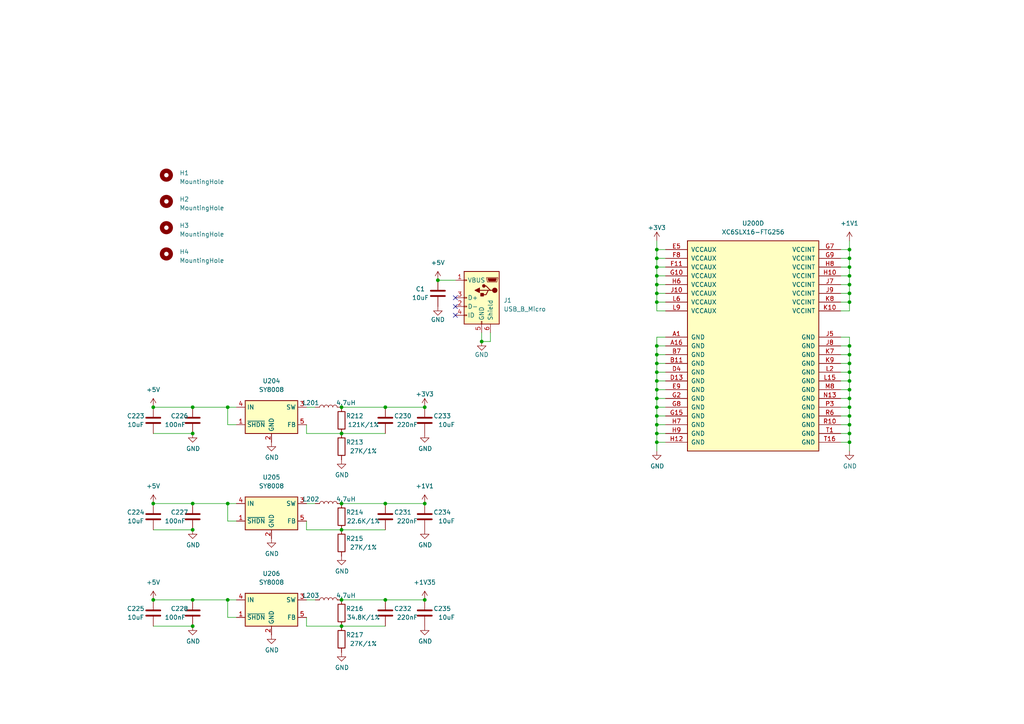
<source format=kicad_sch>
(kicad_sch (version 20211123) (generator eeschema)
  (paper "A4")
  (title_block (title "Caster EPDC") (date "2021-11-08") (rev "R0.1") (company "Copyright 2021 Modos / Engineer: Wenting Zhang"))
  (lib_symbols
    (symbol "Connector:USB_B_Micro" (pin_names (offset 1.016))
      (property "Reference" "J" (at -5.08 11.43 0))
      (property "Value" "USB_B_Micro" (at -5.08 8.89 0))
      (symbol "USB_B_Micro_0_1"
        (rectangle (start -5.08 -7.62) (end 5.08 7.62) (stroke (width 0.254)) (fill (type background)))
        (circle (center -3.81 2.159) (radius 0.635) (stroke (width 0.254)) (fill (type outline)))
        (circle (center -0.635 3.429) (radius 0.381) (stroke (width 0.254)) (fill (type outline)))
        (rectangle (start -0.127 -7.62) (end 0.127 -6.858))
        (polyline (pts (xy -1.905 2.159) (xy 0.635 2.159)) (stroke (width 0.254)))
        (polyline (pts (xy -3.175 2.159) (xy -2.54 2.159) (xy -1.27 3.429) (xy -0.635 3.429)) (stroke (width 0.254)))
        (polyline (pts (xy -2.54 2.159) (xy -1.905 2.159) (xy -1.27 0.889) (xy 0 0.889)) (stroke (width 0.254)))
        (polyline (pts (xy 0.635 2.794) (xy 0.635 1.524) (xy 1.905 2.159) (xy 0.635 2.794)) (stroke (width 0.254)) (fill (type outline)))
        (polyline (pts (xy -4.318 5.588) (xy -1.778 5.588) (xy -2.032 4.826) (xy -4.064 4.826) (xy -4.318 5.588)) (fill (type outline)))
        (polyline (pts (xy -4.699 5.842) (xy -4.699 5.588) (xy -4.445 4.826) (xy -4.445 4.572) (xy -1.651 4.572) (xy -1.651 4.826) (xy -1.397 5.588) (xy -1.397 5.842) (xy -4.699 5.842)))
        (rectangle (start 0.254 1.27) (end -0.508 0.508) (stroke (width 0.254)) (fill (type outline)))
        (rectangle (start 5.08 -5.207) (end 4.318 -4.953))
        (rectangle (start 5.08 -2.667) (end 4.318 -2.413))
        (rectangle (start 5.08 -0.127) (end 4.318 0.127))
        (rectangle (start 5.08 4.953) (end 4.318 5.207))
      )
      (symbol "USB_B_Micro_1_1"
        (pin power_out line (at 7.62 5.08 180) (length 2.54) (name "VBUS") (number "1"))
        (pin bidirectional line (at 7.62 -2.54 180) (length 2.54) (name "D-") (number "2"))
        (pin bidirectional line (at 7.62 0 180) (length 2.54) (name "D+") (number "3"))
        (pin passive line (at 7.62 -5.08 180) (length 2.54) (name "ID") (number "4"))
        (pin power_out line (at 0 -10.16 90) (length 2.54) (name "GND") (number "5"))
        (pin passive line (at -2.54 -10.16 90) (length 2.54) (name "Shield") (number "6"))
      )
    )
    (symbol "Device:C" (pin_numbers hide) (pin_names (offset 0.254))
      (property "Reference" "C" (at 0.635 2.54 0))
      (property "Value" "C" (at 0.635 -2.54 0))
      (symbol "C_0_1"
        (polyline (pts (xy -2.032 -0.762) (xy 2.032 -0.762)) (stroke (width 0.508)))
        (polyline (pts (xy -2.032 0.762) (xy 2.032 0.762)) (stroke (width 0.508)))
      )
      (symbol "C_1_1"
        (pin passive line (at 0 3.81 270) (length 2.794) (name "~") (number "1"))
        (pin passive line (at 0 -3.81 90) (length 2.794) (name "~") (number "2"))
      )
    )
    (symbol "Device:L" (pin_numbers hide) (pin_names (offset 1.016) hide)
      (property "Reference" "L" (at -1.27 0 90))
      (property "Value" "L" (at 1.905 0 90))
      (symbol "L_0_1"
        (arc (start 0 -2.54) (mid 0.635 -1.905) (end 0 -1.27))
        (arc (start 0 -1.27) (mid 0.635 -0.635) (end 0 0))
        (arc (start 0 0) (mid 0.635 0.635) (end 0 1.27))
        (arc (start 0 1.27) (mid 0.635 1.905) (end 0 2.54))
      )
      (symbol "L_1_1"
        (pin passive line (at 0 3.81 270) (length 1.27) (name "1") (number "1"))
        (pin passive line (at 0 -3.81 90) (length 1.27) (name "2") (number "2"))
      )
    )
    (symbol "Device:R" (pin_numbers hide) (pin_names (offset 0))
      (property "Reference" "R" (at 2.032 0 90))
      (property "Value" "R" (at 0 0 90))
      (symbol "R_0_1"
        (rectangle (start -1.016 -2.54) (end 1.016 2.54) (stroke (width 0.254)))
      )
      (symbol "R_1_1"
        (pin passive line (at 0 3.81 270) (length 1.27) (name "~") (number "1"))
        (pin passive line (at 0 -3.81 90) (length 1.27) (name "~") (number "2"))
      )
    )
    (symbol "FPGA_Xilinx_Spartan6:XC6SLX16-FTG256" (pin_names (offset 1.016))
      (property "Reference" "U" (at 0 1.27 0))
      (property "Value" "XC6SLX16-FTG256" (at 0 -1.27 0))
      (symbol "XC6SLX16-FTG256_1_1"
        (rectangle (start -44.45 72.39) (end 44.45 -78.74) (stroke (width 0.254)) (fill (type background)))
        (pin bidirectional line (at -50.8 10.16 0) (length 6.35) (name "IO_L35N_GCLK16_0") (number "A10"))
        (pin bidirectional line (at -50.8 -10.16 0) (length 6.35) (name "IO_L39N_0") (number "A11"))
        (pin bidirectional line (at -50.8 -20.32 0) (length 6.35) (name "IO_L62N_VREF_0") (number "A12"))
        (pin bidirectional line (at -50.8 -25.4 0) (length 6.35) (name "IO_L63N_SCP6_0") (number "A13"))
        (pin bidirectional line (at -50.8 -35.56 0) (length 6.35) (name "IO_L65N_SCP2_0") (number "A14"))
        (pin bidirectional line (at -50.8 55.88 0) (length 6.35) (name "IO_L1N_VREF_0") (number "A4"))
        (pin bidirectional line (at -50.8 50.8 0) (length 6.35) (name "IO_L2N_0") (number "A5"))
        (pin bidirectional line (at -50.8 40.64 0) (length 6.35) (name "IO_L4N_0") (number "A6"))
        (pin bidirectional line (at -50.8 30.48 0) (length 6.35) (name "IO_L6N_0") (number "A7"))
        (pin bidirectional line (at -50.8 20.32 0) (length 6.35) (name "IO_L33N_0") (number "A8"))
        (pin bidirectional line (at -50.8 15.24 0) (length 6.35) (name "IO_L34N_GCLK18_0") (number "A9"))
        (pin bidirectional line (at -50.8 12.7 0) (length 6.35) (name "IO_L35P_GCLK17_0") (number "B10"))
        (pin bidirectional line (at -50.8 -17.78 0) (length 6.35) (name "IO_L62P_0") (number "B12"))
        (pin power_in line (at -35.56 78.74 270) (length 6.35) (name "VCCO_0") (number "B13"))
        (pin bidirectional line (at -50.8 -33.02 0) (length 6.35) (name "IO_L65P_SCP3_0") (number "B14"))
        (pin bidirectional line (at 50.8 53.34 180) (length 6.35) (name "IO_L29P_A23_M1A13_1") (number "B15"))
        (pin bidirectional line (at 50.8 50.8 180) (length 6.35) (name "IO_L29N_A22_M1A14_1") (number "B16"))
        (pin power_in line (at -40.64 78.74 270) (length 6.35) (name "VCCO_0") (number "B4"))
        (pin bidirectional line (at -50.8 53.34 0) (length 6.35) (name "IO_L2P_0") (number "B5"))
        (pin bidirectional line (at -50.8 43.18 0) (length 6.35) (name "IO_L4P_0") (number "B6"))
        (pin bidirectional line (at -50.8 22.86 0) (length 6.35) (name "IO_L33P_0") (number "B8"))
        (pin power_in line (at -38.1 78.74 270) (length 6.35) (name "VCCO_0") (number "B9"))
        (pin bidirectional line (at -50.8 0 0) (length 6.35) (name "IO_L37N_GCLK12_0") (number "C10"))
        (pin bidirectional line (at -50.8 -7.62 0) (length 6.35) (name "IO_L39P_0") (number "C11"))
        (pin bidirectional line (at -50.8 -22.86 0) (length 6.35) (name "IO_L63P_SCP7_0") (number "C13"))
        (pin bidirectional line (at 50.8 33.02 180) (length 6.35) (name "IO_L33P_A15_M1A10_1") (number "C15"))
        (pin bidirectional line (at 50.8 30.48 180) (length 6.35) (name "IO_L33N_A14_M1A4_1") (number "C16"))
        (pin bidirectional line (at -50.8 58.42 0) (length 6.35) (name "IO_L1P_HSWAPEN_0") (number "C4"))
        (pin bidirectional line (at -50.8 45.72 0) (length 6.35) (name "IO_L3N_0") (number "C5"))
        (pin bidirectional line (at -50.8 25.4 0) (length 6.35) (name "IO_L7N_0") (number "C6"))
        (pin bidirectional line (at -50.8 33.02 0) (length 6.35) (name "IO_L6P_0") (number "C7"))
        (pin bidirectional line (at -50.8 -5.08 0) (length 6.35) (name "IO_L38N_VREF_0") (number "C8"))
        (pin bidirectional line (at -50.8 17.78 0) (length 6.35) (name "IO_L34P_GCLK19_0") (number "C9"))
        (pin power_in line (at -30.48 78.74 270) (length 6.35) (name "VCCO_0") (number "D10"))
        (pin bidirectional line (at -50.8 -38.1 0) (length 6.35) (name "IO_L66P_SCP1_0") (number "D11"))
        (pin bidirectional line (at -50.8 -40.64 0) (length 6.35) (name "IO_L66N_SCP0_0") (number "D12"))
        (pin bidirectional line (at 50.8 43.18 180) (length 6.35) (name "IO_L31P_A19_M1CKE_1") (number "D14"))
        (pin power_in line (at 27.94 78.74 270) (length 6.35) (name "VCCO_1") (number "D15"))
        (pin bidirectional line (at 50.8 40.64 180) (length 6.35) (name "IO_L31N_A18_M1A12_1") (number "D16"))
        (pin bidirectional line (at -50.8 48.26 0) (length 6.35) (name "IO_L3P_0") (number "D5"))
        (pin bidirectional line (at -50.8 27.94 0) (length 6.35) (name "IO_L7P_0") (number "D6"))
        (pin power_in line (at -33.02 78.74 270) (length 6.35) (name "VCCO_0") (number "D7"))
        (pin bidirectional line (at -50.8 -2.54 0) (length 6.35) (name "IO_L38P_0") (number "D8"))
        (pin bidirectional line (at -50.8 -15.24 0) (length 6.35) (name "IO_L40N_0") (number "D9"))
        (pin bidirectional line (at -50.8 2.54 0) (length 6.35) (name "IO_L37P_GCLK13_0") (number "E10"))
        (pin bidirectional line (at -50.8 -30.48 0) (length 6.35) (name "IO_L64N_SCP4_0") (number "E11"))
        (pin bidirectional line (at 50.8 55.88 180) (length 6.35) (name "IO_L1N_A24_VREF_1") (number "E12"))
        (pin bidirectional line (at 50.8 58.42 180) (length 6.35) (name "IO_L1P_A25_1") (number "E13"))
        (pin bidirectional line (at 50.8 27.94 180) (length 6.35) (name "IO_L34P_A13_M1WE_1") (number "E15"))
        (pin bidirectional line (at 50.8 25.4 180) (length 6.35) (name "IO_L34N_A12_M1BA2_1") (number "E16"))
        (pin bidirectional line (at -50.8 35.56 0) (length 6.35) (name "IO_L5N_0") (number "E6"))
        (pin bidirectional line (at -50.8 7.62 0) (length 6.35) (name "IO_L36P_GCLK15_0") (number "E7"))
        (pin bidirectional line (at -50.8 5.08 0) (length 6.35) (name "IO_L36N_GCLK14_0") (number "E8"))
        (pin bidirectional line (at -50.8 -27.94 0) (length 6.35) (name "IO_L64P_SCP5_0") (number "F10"))
        (pin bidirectional line (at 50.8 48.26 180) (length 6.35) (name "IO_L30P_A21_M1RESET_1") (number "F12"))
        (pin bidirectional line (at 50.8 38.1 180) (length 6.35) (name "IO_L32P_A17_M1A8_1") (number "F13"))
        (pin bidirectional line (at 50.8 35.56 180) (length 6.35) (name "IO_L32N_A16_M1A9_1") (number "F14"))
        (pin bidirectional line (at 50.8 22.86 180) (length 6.35) (name "IO_L35P_A11_M1A7_1") (number "F15"))
        (pin bidirectional line (at 50.8 20.32 180) (length 6.35) (name "IO_L35N_A10_M1A2_1") (number "F16"))
        (pin bidirectional line (at -50.8 38.1 0) (length 6.35) (name "IO_L5P_0") (number "F7"))
        (pin bidirectional line (at -50.8 -12.7 0) (length 6.35) (name "IO_L40P_0") (number "F9"))
        (pin bidirectional line (at 50.8 45.72 180) (length 6.35) (name "IO_L30N_A20_M1A11_1") (number "G11"))
        (pin bidirectional line (at 50.8 7.62 180) (length 6.35) (name "IO_L38P_A5_M1CLK_1") (number "G12"))
        (pin power_in line (at 30.48 78.74 270) (length 6.35) (name "VCCO_1") (number "G13"))
        (pin bidirectional line (at 50.8 17.78 180) (length 6.35) (name "IO_L36P_A9_M1BA0_1") (number "G14"))
        (pin bidirectional line (at 50.8 15.24 180) (length 6.35) (name "IO_L36N_A8_M1BA1_1") (number "G16"))
        (pin bidirectional line (at 50.8 5.08 180) (length 6.35) (name "IO_L38N_A4_M1CLKN_1") (number "H11"))
        (pin bidirectional line (at 50.8 2.54 180) (length 6.35) (name "IO_L39P_M1A3_1") (number "H13"))
        (pin bidirectional line (at 50.8 0 180) (length 6.35) (name "IO_L39N_M1ODT_1") (number "H14"))
        (pin bidirectional line (at 50.8 12.7 180) (length 6.35) (name "IO_L37P_A7_M1A0_1") (number "H15"))
        (pin bidirectional line (at 50.8 10.16 180) (length 6.35) (name "IO_L37N_A6_M1A1_1") (number "H16"))
        (pin bidirectional line (at 50.8 -2.54 180) (length 6.35) (name "IO_L40P_GCLK11_M1A5_1") (number "J11"))
        (pin bidirectional line (at 50.8 -5.08 180) (length 6.35) (name "IO_L40N_GCLK10_M1A6_1") (number "J12"))
        (pin bidirectional line (at 50.8 -7.62 180) (length 6.35) (name "IO_L41P_GCLK9_IRDY1_M1RASN_1") (number "J13"))
        (pin bidirectional line (at 50.8 -17.78 180) (length 6.35) (name "IO_L43P_GCLK5_M1DQ4_1") (number "J14"))
        (pin power_in line (at 33.02 78.74 270) (length 6.35) (name "VCCO_1") (number "J15"))
        (pin bidirectional line (at 50.8 -20.32 180) (length 6.35) (name "IO_L43N_GCLK4_M1DQ5_1") (number "J16"))
        (pin bidirectional line (at 50.8 -15.24 180) (length 6.35) (name "IO_L42N_GCLK6_TRDY1_M1LDM_1") (number "K11"))
        (pin bidirectional line (at 50.8 -12.7 180) (length 6.35) (name "IO_L42P_GCLK7_M1UDM_1") (number "K12"))
        (pin power_in line (at 35.56 78.74 270) (length 6.35) (name "VCCO_1") (number "K13"))
        (pin bidirectional line (at 50.8 -10.16 180) (length 6.35) (name "IO_L41N_GCLK8_M1CASN_1") (number "K14"))
        (pin bidirectional line (at 50.8 -22.86 180) (length 6.35) (name "IO_L44P_A3_M1DQ6_1") (number "K15"))
        (pin bidirectional line (at 50.8 -25.4 180) (length 6.35) (name "IO_L44N_A2_M1DQ7_1") (number "K16"))
        (pin bidirectional line (at 50.8 -68.58 180) (length 6.35) (name "IO_L53P_1") (number "L12"))
        (pin bidirectional line (at 50.8 -71.12 180) (length 6.35) (name "IO_L53N_VREF_1") (number "L13"))
        (pin bidirectional line (at 50.8 -38.1 180) (length 6.35) (name "IO_L47P_FWE_B_M1DQ0_1") (number "L14"))
        (pin bidirectional line (at 50.8 -40.64 180) (length 6.35) (name "IO_L47N_LDC_M1DQ1_1") (number "L16"))
        (pin bidirectional line (at 50.8 -73.66 180) (length 6.35) (name "IO_L74P_AWAKE_1") (number "M13"))
        (pin bidirectional line (at 50.8 -76.2 180) (length 6.35) (name "IO_L74N_DOUT_BUSY_1") (number "M14"))
        (pin bidirectional line (at 50.8 -33.02 180) (length 6.35) (name "IO_L46P_FCS_B_M1DQ2_1") (number "M15"))
        (pin bidirectional line (at 50.8 -35.56 180) (length 6.35) (name "IO_L46N_FOE_B_M1DQ3_1") (number "M16"))
        (pin bidirectional line (at 50.8 -27.94 180) (length 6.35) (name "IO_L45P_A1_M1LDQS_1") (number "N14"))
        (pin power_in line (at 38.1 78.74 270) (length 6.35) (name "VCCO_1") (number "N15"))
        (pin bidirectional line (at 50.8 -30.48 180) (length 6.35) (name "IO_L45N_A0_M1LDQSN_1") (number "N16"))
        (pin bidirectional line (at 50.8 -43.18 180) (length 6.35) (name "IO_L48P_HDC_M1DQ8_1") (number "P15"))
        (pin bidirectional line (at 50.8 -45.72 180) (length 6.35) (name "IO_L48N_M1DQ9_1") (number "P16"))
        (pin bidirectional line (at 50.8 -63.5 180) (length 6.35) (name "IO_L52P_M1DQ14_1") (number "R12"))
        (pin power_in line (at 40.64 78.74 270) (length 6.35) (name "VCCO_1") (number "R13"))
        (pin bidirectional line (at 50.8 -53.34 180) (length 6.35) (name "IO_L50P_M1UDQS_1") (number "R14"))
        (pin bidirectional line (at 50.8 -48.26 180) (length 6.35) (name "IO_L49P_M1DQ10_1") (number "R15"))
        (pin bidirectional line (at 50.8 -50.8 180) (length 6.35) (name "IO_L49N_M1DQ11_1") (number "R16"))
        (pin bidirectional line (at 50.8 -66.04 180) (length 6.35) (name "IO_L52N_M1DQ15_1") (number "T12"))
        (pin bidirectional line (at 50.8 -60.96 180) (length 6.35) (name "IO_L51N_M1DQ13_1") (number "T13"))
        (pin bidirectional line (at 50.8 -58.42 180) (length 6.35) (name "IO_L51P_M1DQ12_1") (number "T14"))
        (pin bidirectional line (at 50.8 -55.88 180) (length 6.35) (name "IO_L50N_M1UDQSN_1") (number "T15"))
      )
      (symbol "XC6SLX16-FTG256_2_1"
        (rectangle (start -44.45 72.39) (end 44.45 -78.74) (stroke (width 0.254)) (fill (type background)))
        (pin bidirectional line (at 50.8 -55.88 180) (length 6.35) (name "IO_L52N_M3A9_3") (number "A2"))
        (pin bidirectional line (at 50.8 -76.2 180) (length 6.35) (name "IO_L83N_VREF_3") (number "A3"))
        (pin bidirectional line (at 50.8 -45.72 180) (length 6.35) (name "IO_L50N_M3BA2_3") (number "B1"))
        (pin bidirectional line (at 50.8 -53.34 180) (length 6.35) (name "IO_L52P_M3A8_3") (number "B2"))
        (pin bidirectional line (at 50.8 -73.66 180) (length 6.35) (name "IO_L83P_3") (number "B3"))
        (pin bidirectional line (at 50.8 -43.18 180) (length 6.35) (name "IO_L50P_M3WE_3") (number "C1"))
        (pin bidirectional line (at 50.8 -35.56 180) (length 6.35) (name "IO_L48N_M3BA1_3") (number "C2"))
        (pin bidirectional line (at 50.8 -33.02 180) (length 6.35) (name "IO_L48P_M3BA0_3") (number "C3"))
        (pin bidirectional line (at 50.8 -40.64 180) (length 6.35) (name "IO_L49N_M3A2_3") (number "D1"))
        (pin power_in line (at 30.48 78.74 270) (length 6.35) (name "VCCO_3") (number "D2"))
        (pin bidirectional line (at 50.8 -38.1 180) (length 6.35) (name "IO_L49P_M3A7_3") (number "D3"))
        (pin bidirectional line (at 50.8 -25.4 180) (length 6.35) (name "IO_L46N_M3CLKN_3") (number "E1"))
        (pin bidirectional line (at 50.8 -22.86 180) (length 6.35) (name "IO_L46P_M3CLK_3") (number "E2"))
        (pin bidirectional line (at 50.8 -66.04 180) (length 6.35) (name "IO_L54N_M3A11_3") (number "E3"))
        (pin bidirectional line (at 50.8 -63.5 180) (length 6.35) (name "IO_L54P_M3RESET_3") (number "E4"))
        (pin bidirectional line (at 50.8 0 180) (length 6.35) (name "IO_L41N_GCLK26_M3DQ5_3") (number "F1"))
        (pin bidirectional line (at 50.8 2.54 180) (length 6.35) (name "IO_L41P_GCLK27_M3DQ4_3") (number "F2"))
        (pin bidirectional line (at 50.8 -60.96 180) (length 6.35) (name "IO_L53N_M3A12_3") (number "F3"))
        (pin bidirectional line (at 50.8 -58.42 180) (length 6.35) (name "IO_L53P_M3CKE_3") (number "F4"))
        (pin bidirectional line (at 50.8 -71.12 180) (length 6.35) (name "IO_L55N_M3A14_3") (number "F5"))
        (pin bidirectional line (at 50.8 -68.58 180) (length 6.35) (name "IO_L55P_M3A13_3") (number "F6"))
        (pin bidirectional line (at 50.8 5.08 180) (length 6.35) (name "IO_L40N_M3DQ7_3") (number "G1"))
        (pin bidirectional line (at 50.8 7.62 180) (length 6.35) (name "IO_L40P_M3DQ6_3") (number "G3"))
        (pin power_in line (at 33.02 78.74 270) (length 6.35) (name "VCCO_3") (number "G4"))
        (pin bidirectional line (at 50.8 -50.8 180) (length 6.35) (name "IO_L51N_M3A4_3") (number "G5"))
        (pin bidirectional line (at 50.8 -48.26 180) (length 6.35) (name "IO_L51P_M3A10_3") (number "G6"))
        (pin bidirectional line (at 50.8 10.16 180) (length 6.35) (name "IO_L39N_M3LDQSN_3") (number "H1"))
        (pin bidirectional line (at 50.8 12.7 180) (length 6.35) (name "IO_L39P_M3LDQS_3") (number "H2"))
        (pin bidirectional line (at 50.8 -15.24 180) (length 6.35) (name "IO_L44N_GCLK20_M3A6_3") (number "H3"))
        (pin bidirectional line (at 50.8 -12.7 180) (length 6.35) (name "IO_L44P_GCLK21_M3A5_3") (number "H4"))
        (pin bidirectional line (at 50.8 -10.16 180) (length 6.35) (name "IO_L43N_GCLK22_IRDY2_M3CASN_3") (number "H5"))
        (pin bidirectional line (at 50.8 15.24 180) (length 6.35) (name "IO_L38N_M3DQ3_3") (number "J1"))
        (pin power_in line (at 35.56 78.74 270) (length 6.35) (name "VCCO_3") (number "J2"))
        (pin bidirectional line (at 50.8 17.78 180) (length 6.35) (name "IO_L38P_M3DQ2_3") (number "J3"))
        (pin bidirectional line (at 50.8 -5.08 180) (length 6.35) (name "IO_L42N_GCLK24_M3LDM_3") (number "J4"))
        (pin bidirectional line (at 50.8 -7.62 180) (length 6.35) (name "IO_L43P_GCLK23_M3RASN_3") (number "J6"))
        (pin bidirectional line (at 50.8 20.32 180) (length 6.35) (name "IO_L37N_M3DQ1_3") (number "K1"))
        (pin bidirectional line (at 50.8 22.86 180) (length 6.35) (name "IO_L37P_M3DQ0_3") (number "K2"))
        (pin bidirectional line (at 50.8 -2.54 180) (length 6.35) (name "IO_L42P_GCLK25_TRDY2_M3UDM_3") (number "K3"))
        (pin power_in line (at 38.1 78.74 270) (length 6.35) (name "VCCO_3") (number "K4"))
        (pin bidirectional line (at 50.8 -27.94 180) (length 6.35) (name "IO_L47P_M3A0_3") (number "K5"))
        (pin bidirectional line (at 50.8 -30.48 180) (length 6.35) (name "IO_L47N_M3A1_3") (number "K6"))
        (pin bidirectional line (at 50.8 25.4 180) (length 6.35) (name "IO_L36N_M3DQ9_3") (number "L1"))
        (pin bidirectional line (at -50.8 27.94 0) (length 6.35) (name "IO_L16P_2") (number "L10"))
        (pin bidirectional line (at 50.8 27.94 180) (length 6.35) (name "IO_L36P_M3DQ8_3") (number "L3"))
        (pin bidirectional line (at 50.8 -17.78 180) (length 6.35) (name "IO_L45P_M3A3_3") (number "L4"))
        (pin bidirectional line (at 50.8 -20.32 180) (length 6.35) (name "IO_L45N_M3ODT_3") (number "L5"))
        (pin bidirectional line (at -50.8 -20.32 0) (length 6.35) (name "IO_L62N_D6_2") (number "L7"))
        (pin bidirectional line (at -50.8 -17.78 0) (length 6.35) (name "IO_L62P_D5_2") (number "L8"))
        (pin bidirectional line (at 50.8 30.48 180) (length 6.35) (name "IO_L35N_M3DQ11_3") (number "M1"))
        (pin bidirectional line (at -50.8 25.4 0) (length 6.35) (name "IO_L16N_VREF_2") (number "M10"))
        (pin bidirectional line (at -50.8 50.8 0) (length 6.35) (name "IO_L2N_CMPMOSI_2") (number "M11"))
        (pin bidirectional line (at -50.8 53.34 0) (length 6.35) (name "IO_L2P_CMPCLK_2") (number "M12"))
        (pin bidirectional line (at 50.8 33.02 180) (length 6.35) (name "IO_L35P_M3DQ10_3") (number "M2"))
        (pin bidirectional line (at 50.8 55.88 180) (length 6.35) (name "IO_L1N_VREF_3") (number "M3"))
        (pin bidirectional line (at 50.8 58.42 180) (length 6.35) (name "IO_L1P_3") (number "M4"))
        (pin bidirectional line (at 50.8 53.34 180) (length 6.35) (name "IO_L2P_3") (number "M5"))
        (pin bidirectional line (at -50.8 -27.94 0) (length 6.35) (name "IO_L64P_D8_2") (number "M6"))
        (pin bidirectional line (at -50.8 5.08 0) (length 6.35) (name "IO_L31N_GCLK30_D15_2") (number "M7"))
        (pin bidirectional line (at -50.8 17.78 0) (length 6.35) (name "IO_L29P_GCLK3_2") (number "M9"))
        (pin bidirectional line (at 50.8 35.56 180) (length 6.35) (name "IO_L34N_M3UDQSN_3") (number "N1"))
        (pin power_in line (at -38.1 78.74 270) (length 6.35) (name "VCCO_2") (number "N10"))
        (pin bidirectional line (at -50.8 38.1 0) (length 6.35) (name "IO_L13P_M1_2") (number "N11"))
        (pin bidirectional line (at -50.8 43.18 0) (length 6.35) (name "IO_L12P_D1_MISO2_2") (number "N12"))
        (pin power_in line (at 40.64 78.74 270) (length 6.35) (name "VCCO_3") (number "N2"))
        (pin bidirectional line (at 50.8 38.1 180) (length 6.35) (name "IO_L34P_M3UDQS_3") (number "N3"))
        (pin bidirectional line (at 50.8 50.8 180) (length 6.35) (name "IO_L2N_3") (number "N4"))
        (pin bidirectional line (at -50.8 -12.7 0) (length 6.35) (name "IO_L49P_D3_2") (number "N5"))
        (pin bidirectional line (at -50.8 -30.48 0) (length 6.35) (name "IO_L64N_D9_2") (number "N6"))
        (pin power_in line (at -40.64 78.74 270) (length 6.35) (name "VCCO_2") (number "N7"))
        (pin bidirectional line (at -50.8 15.24 0) (length 6.35) (name "IO_L29N_GCLK2_2") (number "N8"))
        (pin bidirectional line (at -50.8 33.02 0) (length 6.35) (name "IO_L14P_D11_2") (number "N9"))
        (pin bidirectional line (at 50.8 40.64 180) (length 6.35) (name "IO_L33N_M3DQ13_3") (number "P1"))
        (pin bidirectional line (at -50.8 48.26 0) (length 6.35) (name "IO_L3P_D0_DIN_MISO_MISO1_2") (number "P10"))
        (pin bidirectional line (at -50.8 35.56 0) (length 6.35) (name "IO_L13N_D10_2") (number "P11"))
        (pin bidirectional line (at -50.8 40.64 0) (length 6.35) (name "IO_L12N_D2_MISO3_2") (number "P12"))
        (pin bidirectional line (at 50.8 43.18 180) (length 6.35) (name "IO_L33P_M3DQ12_3") (number "P2"))
        (pin bidirectional line (at -50.8 -22.86 0) (length 6.35) (name "IO_L63P_2") (number "P4"))
        (pin bidirectional line (at -50.8 -15.24 0) (length 6.35) (name "IO_L49N_D4_2") (number "P5"))
        (pin bidirectional line (at -50.8 -2.54 0) (length 6.35) (name "IO_L47P_2") (number "P6"))
        (pin bidirectional line (at -50.8 7.62 0) (length 6.35) (name "IO_L31P_GCLK31_D14_2") (number "P7"))
        (pin bidirectional line (at -50.8 12.7 0) (length 6.35) (name "IO_L30P_GCLK1_D13_2") (number "P8"))
        (pin bidirectional line (at -50.8 30.48 0) (length 6.35) (name "IO_L14N_D12_2") (number "P9"))
        (pin bidirectional line (at 50.8 45.72 180) (length 6.35) (name "IO_L32N_M3DQ15_3") (number "R1"))
        (pin bidirectional line (at -50.8 58.42 0) (length 6.35) (name "IO_L1P_CCLK_2") (number "R11"))
        (pin bidirectional line (at 50.8 48.26 180) (length 6.35) (name "IO_L32P_M3DQ14_3") (number "R2"))
        (pin bidirectional line (at -50.8 -33.02 0) (length 6.35) (name "IO_L65P_INIT_B_2") (number "R3"))
        (pin power_in line (at -35.56 78.74 270) (length 6.35) (name "VCCO_2") (number "R4"))
        (pin bidirectional line (at -50.8 -7.62 0) (length 6.35) (name "IO_L48P_D7_2") (number "R5"))
        (pin bidirectional line (at -50.8 2.54 0) (length 6.35) (name "IO_L32P_GCLK29_2") (number "R7"))
        (pin power_in line (at -33.02 78.74 270) (length 6.35) (name "VCCO_2") (number "R8"))
        (pin bidirectional line (at -50.8 22.86 0) (length 6.35) (name "IO_L23P_2") (number "R9"))
        (pin bidirectional line (at -50.8 45.72 0) (length 6.35) (name "IO_L3N_MOSI_CSI_B_MISO0_2") (number "T10"))
        (pin bidirectional line (at -50.8 55.88 0) (length 6.35) (name "IO_L1N_M0_CMPMISO_2") (number "T11"))
        (pin bidirectional line (at -50.8 -35.56 0) (length 6.35) (name "IO_L65N_CSO_B_2") (number "T3"))
        (pin bidirectional line (at -50.8 -25.4 0) (length 6.35) (name "IO_L63N_2") (number "T4"))
        (pin bidirectional line (at -50.8 -10.16 0) (length 6.35) (name "IO_L48N_RDWR_B_VREF_2") (number "T5"))
        (pin bidirectional line (at -50.8 -5.08 0) (length 6.35) (name "IO_L47N_2") (number "T6"))
        (pin bidirectional line (at -50.8 0 0) (length 6.35) (name "IO_L32N_GCLK28_2") (number "T7"))
        (pin bidirectional line (at -50.8 10.16 0) (length 6.35) (name "IO_L30N_GCLK0_USERCCLK_2") (number "T8"))
        (pin bidirectional line (at -50.8 20.32 0) (length 6.35) (name "IO_L23N_2") (number "T9"))
      )
      (symbol "XC6SLX16-FTG256_3_1"
        (rectangle (start -31.75 15.24) (end 31.75 -15.24) (stroke (width 0.254)) (fill (type background)))
        (pin bidirectional line (at 38.1 7.62 180) (length 6.35) (name "TMS") (number "A15"))
        (pin bidirectional line (at 38.1 12.7 180) (length 6.35) (name "TDI") (number "C12"))
        (pin bidirectional line (at 38.1 5.08 180) (length 6.35) (name "TCK") (number "C14"))
        (pin bidirectional line (at 38.1 10.16 180) (length 6.35) (name "TDO") (number "E14"))
        (pin bidirectional line (at 38.1 -12.7 180) (length 6.35) (name "CMPCS_B_2") (number "L11"))
        (pin bidirectional line (at 38.1 0 180) (length 6.35) (name "DONE_2") (number "P13"))
        (pin bidirectional line (at 38.1 -7.62 180) (length 6.35) (name "SUSPEND") (number "P14"))
        (pin bidirectional line (at 38.1 -2.54 180) (length 6.35) (name "PROGRAM_B_2") (number "T2"))
      )
      (symbol "XC6SLX16-FTG256_4_1"
        (rectangle (start -19.05 30.48) (end 19.05 -30.48) (stroke (width 0.254)) (fill (type background)))
        (pin power_in line (at -25.4 2.54 0) (length 6.35) (name "GND") (number "A1"))
        (pin power_in line (at -25.4 0 0) (length 6.35) (name "GND") (number "A16"))
        (pin power_in line (at -25.4 -5.08 0) (length 6.35) (name "GND") (number "B11"))
        (pin power_in line (at -25.4 -2.54 0) (length 6.35) (name "GND") (number "B7"))
        (pin power_in line (at -25.4 -10.16 0) (length 6.35) (name "GND") (number "D13"))
        (pin power_in line (at -25.4 -7.62 0) (length 6.35) (name "GND") (number "D4"))
        (pin power_in line (at -25.4 27.94 0) (length 6.35) (name "VCCAUX") (number "E5"))
        (pin power_in line (at -25.4 -12.7 0) (length 6.35) (name "GND") (number "E9"))
        (pin power_in line (at -25.4 22.86 0) (length 6.35) (name "VCCAUX") (number "F11"))
        (pin power_in line (at -25.4 25.4 0) (length 6.35) (name "VCCAUX") (number "F8"))
        (pin power_in line (at -25.4 20.32 0) (length 6.35) (name "VCCAUX") (number "G10"))
        (pin power_in line (at -25.4 -20.32 0) (length 6.35) (name "GND") (number "G15"))
        (pin power_in line (at -25.4 -15.24 0) (length 6.35) (name "GND") (number "G2"))
        (pin power_in line (at 25.4 27.94 180) (length 6.35) (name "VCCINT") (number "G7"))
        (pin power_in line (at -25.4 -17.78 0) (length 6.35) (name "GND") (number "G8"))
        (pin power_in line (at 25.4 25.4 180) (length 6.35) (name "VCCINT") (number "G9"))
        (pin power_in line (at 25.4 20.32 180) (length 6.35) (name "VCCINT") (number "H10"))
        (pin power_in line (at -25.4 -27.94 0) (length 6.35) (name "GND") (number "H12"))
        (pin power_in line (at -25.4 17.78 0) (length 6.35) (name "VCCAUX") (number "H6"))
        (pin power_in line (at -25.4 -22.86 0) (length 6.35) (name "GND") (number "H7"))
        (pin power_in line (at 25.4 22.86 180) (length 6.35) (name "VCCINT") (number "H8"))
        (pin power_in line (at -25.4 -25.4 0) (length 6.35) (name "GND") (number "H9"))
        (pin power_in line (at -25.4 15.24 0) (length 6.35) (name "VCCAUX") (number "J10"))
        (pin power_in line (at 25.4 2.54 180) (length 6.35) (name "GND") (number "J5"))
        (pin power_in line (at 25.4 17.78 180) (length 6.35) (name "VCCINT") (number "J7"))
        (pin power_in line (at 25.4 0 180) (length 6.35) (name "GND") (number "J8"))
        (pin power_in line (at 25.4 15.24 180) (length 6.35) (name "VCCINT") (number "J9"))
        (pin power_in line (at 25.4 10.16 180) (length 6.35) (name "VCCINT") (number "K10"))
        (pin power_in line (at 25.4 -2.54 180) (length 6.35) (name "GND") (number "K7"))
        (pin power_in line (at 25.4 12.7 180) (length 6.35) (name "VCCINT") (number "K8"))
        (pin power_in line (at 25.4 -5.08 180) (length 6.35) (name "GND") (number "K9"))
        (pin power_in line (at 25.4 -10.16 180) (length 6.35) (name "GND") (number "L15"))
        (pin power_in line (at 25.4 -7.62 180) (length 6.35) (name "GND") (number "L2"))
        (pin power_in line (at -25.4 12.7 0) (length 6.35) (name "VCCAUX") (number "L6"))
        (pin power_in line (at -25.4 10.16 0) (length 6.35) (name "VCCAUX") (number "L9"))
        (pin power_in line (at 25.4 -12.7 180) (length 6.35) (name "GND") (number "M8"))
        (pin power_in line (at 25.4 -15.24 180) (length 6.35) (name "GND") (number "N13"))
        (pin power_in line (at 25.4 -17.78 180) (length 6.35) (name "GND") (number "P3"))
        (pin power_in line (at 25.4 -22.86 180) (length 6.35) (name "GND") (number "R10"))
        (pin power_in line (at 25.4 -20.32 180) (length 6.35) (name "GND") (number "R6"))
        (pin power_in line (at 25.4 -25.4 180) (length 6.35) (name "GND") (number "T1"))
        (pin power_in line (at 25.4 -27.94 180) (length 6.35) (name "GND") (number "T16"))
      )
    )
    (symbol "Mechanical:MountingHole" (pin_names (offset 1.016))
      (property "Reference" "H" (at 0 5.08 0))
      (property "Value" "MountingHole" (at 0 3.175 0))
      (symbol "MountingHole_0_1"
        (circle (center 0 0) (radius 1.27) (stroke (width 1.27)))
      )
    )
    (symbol "power:+1V1" (power) (pin_names (offset 0))
      (property "Value" "+1V1" (at 0 3.556 0))
      (symbol "+1V1_0_1"
        (polyline (pts (xy -0.762 1.27) (xy 0 2.54)))
        (polyline (pts (xy 0 0) (xy 0 2.54)))
        (polyline (pts (xy 0 2.54) (xy 0.762 1.27)))
      )
      (symbol "+1V1_1_1"
        (pin power_in line (at 0 0 90) (length 0) hide (name "+1V1") (number "1"))
      )
    )
    (symbol "power:+1V35" (power) (pin_names (offset 0))
      (property "Value" "+1V35" (at 0 3.556 0))
      (symbol "+1V35_0_1"
        (polyline (pts (xy -0.762 1.27) (xy 0 2.54)))
        (polyline (pts (xy 0 0) (xy 0 2.54)))
        (polyline (pts (xy 0 2.54) (xy 0.762 1.27)))
      )
      (symbol "+1V35_1_1"
        (pin power_in line (at 0 0 90) (length 0) hide (name "+1V35") (number "1"))
      )
    )
    (symbol "power:+3V3" (power) (pin_names (offset 0))
      (property "Value" "+3V3" (at 0 3.556 0))
      (symbol "+3V3_0_1"
        (polyline (pts (xy -0.762 1.27) (xy 0 2.54)))
        (polyline (pts (xy 0 0) (xy 0 2.54)))
        (polyline (pts (xy 0 2.54) (xy 0.762 1.27)))
      )
      (symbol "+3V3_1_1"
        (pin power_in line (at 0 0 90) (length 0) hide (name "+3V3") (number "1"))
      )
    )
    (symbol "power:+5V" (power) (pin_names (offset 0))
      (property "Value" "+5V" (at 0 3.556 0))
      (symbol "+5V_0_1"
        (polyline (pts (xy -0.762 1.27) (xy 0 2.54)))
        (polyline (pts (xy 0 0) (xy 0 2.54)))
        (polyline (pts (xy 0 2.54) (xy 0.762 1.27)))
      )
      (symbol "+5V_1_1"
        (pin power_in line (at 0 0 90) (length 0) hide (name "+5V") (number "1"))
      )
    )
    (symbol "power:GND" (power) (pin_names (offset 0))
      (property "Value" "GND" (at 0 -3.81 0))
      (symbol "GND_0_1"
        (polyline (pts (xy 0 0) (xy 0 -1.27) (xy 1.27 -1.27) (xy 0 -2.54) (xy -1.27 -1.27) (xy 0 -1.27)))
      )
      (symbol "GND_1_1"
        (pin power_in line (at 0 0 270) (length 0) hide (name "GND") (number "1"))
      )
    )
    (symbol "symbols:SY8008"
      (property "Reference" "U" (at -7.62 5.715 0))
      (property "Value" "SY8008" (at 0 5.715 0))
      (symbol "SY8008_0_1"
        (rectangle (start -7.62 4.445) (end 7.62 -5.08) (stroke (width 0.254)) (fill (type background)))
      )
      (symbol "SY8008_1_1"
        (pin input line (at -10.16 -2.54 0) (length 2.54) (name "~{SHDN}") (number "1"))
        (pin power_in line (at 0 -7.62 90) (length 2.54) (name "GND") (number "2"))
        (pin passive line (at 10.16 2.54 180) (length 2.54) (name "SW") (number "3"))
        (pin power_in line (at -10.16 2.54 0) (length 2.54) (name "IN") (number "4"))
        (pin input line (at 10.16 -2.54 180) (length 2.54) (name "FB") (number "5"))
      )
    )
  )
  (junction (at 111.76 146.05))
  (junction (at 44.45 146.05))
  (junction (at 246.38 87.63))
  (junction (at 55.88 125.73) (diameter 0.9144))
  (junction (at 246.38 85.09))
  (junction (at 99.06 125.73))
  (junction (at 246.38 110.49))
  (junction (at 190.5 100.33))
  (junction (at 99.06 146.05))
  (junction (at 190.5 80.01))
  (junction (at 55.88 146.05) (diameter 0.9144))
  (junction (at 190.5 123.19))
  (junction (at 246.38 128.27))
  (junction (at 190.5 110.49))
  (junction (at 66.04 118.11))
  (junction (at 66.04 146.05))
  (junction (at 246.38 113.03))
  (junction (at 190.5 87.63))
  (junction (at 190.5 120.65))
  (junction (at 139.7 99.06) (diameter 0.9144))
  (junction (at 190.5 113.03))
  (junction (at 44.45 118.11))
  (junction (at 123.19 173.99))
  (junction (at 246.38 105.41))
  (junction (at 246.38 77.47))
  (junction (at 246.38 125.73))
  (junction (at 55.88 173.99) (diameter 0.9144))
  (junction (at 190.5 72.39))
  (junction (at 190.5 82.55))
  (junction (at 246.38 107.95))
  (junction (at 99.06 173.99))
  (junction (at 246.38 102.87))
  (junction (at 55.88 118.11) (diameter 0.9144))
  (junction (at 246.38 118.11))
  (junction (at 246.38 100.33))
  (junction (at 190.5 115.57))
  (junction (at 190.5 77.47))
  (junction (at 246.38 82.55))
  (junction (at 123.19 146.05))
  (junction (at 55.88 181.61) (diameter 0.9144))
  (junction (at 44.45 173.99))
  (junction (at 190.5 74.93))
  (junction (at 190.5 128.27))
  (junction (at 246.38 120.65))
  (junction (at 190.5 118.11))
  (junction (at 66.04 173.99))
  (junction (at 246.38 123.19))
  (junction (at 111.76 173.99))
  (junction (at 190.5 125.73))
  (junction (at 55.88 153.67) (diameter 0.9144))
  (junction (at 99.06 153.67))
  (junction (at 190.5 85.09))
  (junction (at 127 81.28))
  (junction (at 123.19 118.11))
  (junction (at 99.06 118.11))
  (junction (at 190.5 105.41))
  (junction (at 246.38 115.57))
  (junction (at 99.06 181.61))
  (junction (at 246.38 80.01))
  (junction (at 190.5 107.95))
  (junction (at 246.38 74.93))
  (junction (at 111.76 118.11))
  (junction (at 246.38 72.39))
  (junction (at 190.5 102.87))
  (no_connect (at 132.08 88.9))
  (no_connect (at 132.08 86.36))
  (no_connect (at 132.08 91.44))
  (wire (pts (xy 88.9 125.73) (xy 88.9 123.19)))
  (wire (pts (xy 190.5 120.65) (xy 193.04 120.65)))
  (wire (pts (xy 99.06 125.73) (xy 111.76 125.73)))
  (wire (pts (xy 99.06 125.73) (xy 88.9 125.73)))
  (wire (pts (xy 142.24 96.52) (xy 142.24 99.06)))
  (wire (pts (xy 190.5 72.39) (xy 193.04 72.39)))
  (wire (pts (xy 243.84 97.79) (xy 246.38 97.79)))
  (wire (pts (xy 246.38 120.65) (xy 246.38 123.19)))
  (wire (pts (xy 66.04 179.07) (xy 66.04 173.99)))
  (wire (pts (xy 68.58 179.07) (xy 66.04 179.07)))
  (wire (pts (xy 190.5 100.33) (xy 193.04 100.33)))
  (wire (pts (xy 246.38 100.33) (xy 243.84 100.33)))
  (wire (pts (xy 44.45 153.67) (xy 55.88 153.67)))
  (wire (pts (xy 246.38 77.47) (xy 246.38 80.01)))
  (wire (pts (xy 139.7 96.52) (xy 139.7 99.06)))
  (wire (pts (xy 246.38 77.47) (xy 243.84 77.47)))
  (wire (pts (xy 99.06 173.99) (xy 111.76 173.99)))
  (wire (pts (xy 99.06 153.67) (xy 88.9 153.67)))
  (wire (pts (xy 246.38 118.11) (xy 243.84 118.11)))
  (wire (pts (xy 66.04 146.05) (xy 68.58 146.05)))
  (wire (pts (xy 55.88 146.05) (xy 66.04 146.05)))
  (wire (pts (xy 246.38 125.73) (xy 246.38 128.27)))
  (wire (pts (xy 142.24 99.06) (xy 139.7 99.06)))
  (wire (pts (xy 88.9 153.67) (xy 88.9 151.13)))
  (wire (pts (xy 91.44 173.99) (xy 88.9 173.99)))
  (wire (pts (xy 190.5 77.47) (xy 193.04 77.47)))
  (wire (pts (xy 190.5 125.73) (xy 193.04 125.73)))
  (wire (pts (xy 55.88 173.99) (xy 66.04 173.99)))
  (wire (pts (xy 66.04 173.99) (xy 68.58 173.99)))
  (wire (pts (xy 190.5 102.87) (xy 193.04 102.87)))
  (wire (pts (xy 246.38 72.39) (xy 243.84 72.39)))
  (wire (pts (xy 246.38 128.27) (xy 246.38 130.81)))
  (wire (pts (xy 246.38 125.73) (xy 243.84 125.73)))
  (wire (pts (xy 111.76 173.99) (xy 123.19 173.99)))
  (wire (pts (xy 99.06 118.11) (xy 111.76 118.11)))
  (wire (pts (xy 190.5 82.55) (xy 193.04 82.55)))
  (wire (pts (xy 246.38 105.41) (xy 246.38 107.95)))
  (wire (pts (xy 246.38 74.93) (xy 243.84 74.93)))
  (wire (pts (xy 88.9 181.61) (xy 88.9 179.07)))
  (wire (pts (xy 91.44 118.11) (xy 88.9 118.11)))
  (wire (pts (xy 246.38 69.85) (xy 246.38 72.39)))
  (wire (pts (xy 246.38 90.17) (xy 243.84 90.17)))
  (wire (pts (xy 190.5 128.27) (xy 193.04 128.27)))
  (wire (pts (xy 99.06 181.61) (xy 88.9 181.61)))
  (wire (pts (xy 246.38 123.19) (xy 243.84 123.19)))
  (wire (pts (xy 246.38 87.63) (xy 246.38 90.17)))
  (wire (pts (xy 190.5 105.41) (xy 193.04 105.41)))
  (wire (pts (xy 190.5 115.57) (xy 193.04 115.57)))
  (wire (pts (xy 246.38 74.93) (xy 246.38 77.47)))
  (wire (pts (xy 246.38 100.33) (xy 246.38 102.87)))
  (wire (pts (xy 246.38 102.87) (xy 246.38 105.41)))
  (wire (pts (xy 44.45 173.99) (xy 55.88 173.99)))
  (wire (pts (xy 246.38 128.27) (xy 243.84 128.27)))
  (wire (pts (xy 68.58 123.19) (xy 66.04 123.19)))
  (wire (pts (xy 66.04 118.11) (xy 66.04 123.19)))
  (wire (pts (xy 111.76 118.11) (xy 123.19 118.11)))
  (wire (pts (xy 190.5 118.11) (xy 193.04 118.11)))
  (wire (pts (xy 99.06 153.67) (xy 111.76 153.67)))
  (wire (pts (xy 246.38 102.87) (xy 243.84 102.87)))
  (wire (pts (xy 99.06 146.05) (xy 111.76 146.05)))
  (wire (pts (xy 246.38 118.11) (xy 246.38 120.65)))
  (wire (pts (xy 190.5 74.93) (xy 193.04 74.93)))
  (wire (pts (xy 246.38 110.49) (xy 246.38 113.03)))
  (wire (pts (xy 246.38 110.49) (xy 243.84 110.49)))
  (wire (pts (xy 246.38 82.55) (xy 243.84 82.55)))
  (wire (pts (xy 66.04 118.11) (xy 68.58 118.11)))
  (wire (pts (xy 55.88 118.11) (xy 66.04 118.11)))
  (wire (pts (xy 246.38 80.01) (xy 243.84 80.01)))
  (wire (pts (xy 246.38 115.57) (xy 246.38 118.11)))
  (wire (pts (xy 246.38 72.39) (xy 246.38 74.93)))
  (wire (pts (xy 190.5 80.01) (xy 193.04 80.01)))
  (wire (pts (xy 246.38 107.95) (xy 243.84 107.95)))
  (wire (pts (xy 190.5 85.09) (xy 193.04 85.09)))
  (wire (pts (xy 246.38 113.03) (xy 246.38 115.57)))
  (wire (pts (xy 246.38 97.79) (xy 246.38 100.33)))
  (wire (pts (xy 246.38 85.09) (xy 246.38 87.63)))
  (wire (pts (xy 246.38 87.63) (xy 243.84 87.63)))
  (wire (pts (xy 246.38 113.03) (xy 243.84 113.03)))
  (wire (pts (xy 190.5 87.63) (xy 193.04 87.63)))
  (wire (pts (xy 190.5 69.85) (xy 190.5 72.39)))
  (wire (pts (xy 190.5 72.39) (xy 190.5 74.93)))
  (wire (pts (xy 190.5 74.93) (xy 190.5 77.47)))
  (wire (pts (xy 190.5 77.47) (xy 190.5 80.01)))
  (wire (pts (xy 190.5 80.01) (xy 190.5 82.55)))
  (wire (pts (xy 190.5 82.55) (xy 190.5 85.09)))
  (wire (pts (xy 190.5 85.09) (xy 190.5 87.63)))
  (wire (pts (xy 190.5 87.63) (xy 190.5 90.17)))
  (wire (pts (xy 190.5 90.17) (xy 193.04 90.17)))
  (wire (pts (xy 44.45 181.61) (xy 55.88 181.61)))
  (wire (pts (xy 44.45 118.11) (xy 55.88 118.11)))
  (wire (pts (xy 246.38 120.65) (xy 243.84 120.65)))
  (wire (pts (xy 99.06 181.61) (xy 111.76 181.61)))
  (wire (pts (xy 190.5 123.19) (xy 193.04 123.19)))
  (wire (pts (xy 246.38 105.41) (xy 243.84 105.41)))
  (wire (pts (xy 190.5 110.49) (xy 193.04 110.49)))
  (wire (pts (xy 44.45 125.73) (xy 55.88 125.73)))
  (wire (pts (xy 111.76 146.05) (xy 123.19 146.05)))
  (wire (pts (xy 190.5 107.95) (xy 193.04 107.95)))
  (wire (pts (xy 246.38 82.55) (xy 246.38 85.09)))
  (wire (pts (xy 246.38 115.57) (xy 243.84 115.57)))
  (wire (pts (xy 91.44 146.05) (xy 88.9 146.05)))
  (wire (pts (xy 246.38 80.01) (xy 246.38 82.55)))
  (wire (pts (xy 127 81.28) (xy 132.08 81.28)))
  (wire (pts (xy 190.5 113.03) (xy 193.04 113.03)))
  (wire (pts (xy 190.5 97.79) (xy 190.5 100.33)))
  (wire (pts (xy 193.04 97.79) (xy 190.5 97.79)))
  (wire (pts (xy 190.5 100.33) (xy 190.5 102.87)))
  (wire (pts (xy 190.5 102.87) (xy 190.5 105.41)))
  (wire (pts (xy 190.5 118.11) (xy 190.5 120.65)))
  (wire (pts (xy 190.5 120.65) (xy 190.5 123.19)))
  (wire (pts (xy 190.5 110.49) (xy 190.5 113.03)))
  (wire (pts (xy 190.5 113.03) (xy 190.5 115.57)))
  (wire (pts (xy 190.5 115.57) (xy 190.5 118.11)))
  (wire (pts (xy 190.5 105.41) (xy 190.5 107.95)))
  (wire (pts (xy 190.5 107.95) (xy 190.5 110.49)))
  (wire (pts (xy 190.5 123.19) (xy 190.5 125.73)))
  (wire (pts (xy 190.5 125.73) (xy 190.5 128.27)))
  (wire (pts (xy 190.5 128.27) (xy 190.5 130.81)))
  (wire (pts (xy 246.38 107.95) (xy 246.38 110.49)))
  (wire (pts (xy 246.38 123.19) (xy 246.38 125.73)))
  (wire (pts (xy 246.38 85.09) (xy 243.84 85.09)))
  (wire (pts (xy 44.45 146.05) (xy 55.88 146.05)))
  (wire (pts (xy 66.04 151.13) (xy 66.04 146.05)))
  (wire (pts (xy 68.58 151.13) (xy 66.04 151.13)))
  (symbol (lib_id "Device:C") (at 123.19 177.8 180) (unit 1)
    (property "Reference" "C235" (at 128.27 176.53 0))
    (property "Value" "10uF" (at 129.54 179.07 0))
    (property "Footprint" "Capacitor_SMD:C_0603_1608Metric" (effects hide))
    (property "LCSC" "C105490" (effects hide))
    (property "Ref.Price" "0.0165" (effects hide))
  )
  (symbol (lib_id "power:GND") (at 190.5 130.81 0) (unit 1)
    (property "Reference" "#PWR0102" (effects hide))
    (property "Value" "GND" (at 190.627 135.2042 0))
  )
  (symbol (lib_id "Device:L") (at 95.25 146.05 90) (unit 1)
    (property "Reference" "L202" (at 90.17 144.78 90))
    (property "Value" "4.7uH" (at 100.33 144.78 90))
    (property "Footprint" "footprints:L_1212" (effects hide))
    (property "LCSC" "C340379 " (effects hide))
    (property "Ref.Price" "0.0643" (effects hide))
  )
  (symbol (lib_id "Device:C") (at 44.45 149.86 180) (unit 1)
    (property "Reference" "C224" (at 39.37 148.59 0))
    (property "Value" "10uF" (at 39.37 151.13 0))
    (property "Footprint" "Capacitor_SMD:C_0603_1608Metric" (effects hide))
    (property "LCSC" "C105490" (effects hide))
    (property "Ref.Price" "0.0165" (effects hide))
  )
  (symbol (lib_id "Device:C") (at 111.76 121.92 180) (unit 1)
    (property "Reference" "C230" (at 116.84 120.65 0))
    (property "Value" "220nF" (at 118.11 123.19 0))
    (property "Footprint" "Capacitor_SMD:C_0402_1005Metric" (effects hide))
    (property "LCSC" "C880414" (effects hide))
    (property "Ref.Price" "0.0036" (effects hide))
  )
  (symbol (lib_id "Device:C") (at 55.88 177.8 180) (unit 1)
    (property "Reference" "C228" (at 52.07 176.53 0))
    (property "Value" "100nF" (at 50.8 179.07 0))
    (property "Footprint" "Capacitor_SMD:C_0402_1005Metric" (effects hide))
    (property "LCSC" "C56392" (effects hide))
    (property "Ref.Price" "0.0023" (effects hide))
  )
  (symbol (lib_id "Device:C") (at 111.76 149.86 180) (unit 1)
    (property "Reference" "C231" (at 116.84 148.59 0))
    (property "Value" "220nF" (at 118.11 151.13 0))
    (property "Footprint" "Capacitor_SMD:C_0402_1005Metric" (effects hide))
    (property "LCSC" "C880414" (effects hide))
    (property "Ref.Price" "0.0036" (effects hide))
  )
  (symbol (lib_id "power:+5V") (at 44.45 146.05 0) (unit 1)
    (property "Reference" "#PWR0110" (effects hide))
    (property "Value" "+5V" (at 44.45 140.97 0))
  )
  (symbol (lib_id "symbols:SY8008") (at 78.74 120.65 0) (unit 1)
    (property "Reference" "U204" (at 78.74 110.49 0))
    (property "Value" "SY8008" (at 78.74 113.03 0))
    (property "Footprint" "Package_TO_SOT_SMD:TSOT-23-5" (effects hide))
    (property "LCSC" "C82161" (effects hide))
    (property "Ref.Price" "0.1632" (effects hide))
  )
  (symbol (lib_id "Device:R") (at 99.06 177.8 180) (unit 1)
    (property "Reference" "R216" (at 102.87 176.53 0))
    (property "Value" "34.8K/1%" (at 105.41 179.07 0))
    (property "Footprint" "Resistor_SMD:R_0402_1005Metric" (effects hide))
    (property "LCSC" "C327350" (effects hide))
    (property "Ref.Price" "0.001" (effects hide))
  )
  (symbol (lib_id "power:GND") (at 123.19 181.61 0) (unit 1)
    (property "Reference" "#PWR0121" (effects hide))
    (property "Value" "GND" (at 123.317 186.0042 0))
  )
  (symbol (lib_id "Device:L") (at 95.25 118.11 90) (unit 1)
    (property "Reference" "L201" (at 90.17 116.84 90))
    (property "Value" "4.7uH" (at 100.33 116.84 90))
    (property "Footprint" "footprints:L_1212" (effects hide))
    (property "LCSC" "C340379 " (effects hide))
    (property "Ref.Price" "0.0643" (effects hide))
  )
  (symbol (lib_id "Device:C") (at 55.88 121.92 180) (unit 1)
    (property "Reference" "C226" (at 52.07 120.65 0))
    (property "Value" "100nF" (at 50.8 123.19 0))
    (property "Footprint" "Capacitor_SMD:C_0402_1005Metric" (effects hide))
    (property "LCSC" "C56392" (effects hide))
    (property "Ref.Price" "0.0023" (effects hide))
  )
  (symbol (lib_id "Device:C") (at 123.19 149.86 180) (unit 1)
    (property "Reference" "C234" (at 128.27 148.59 0))
    (property "Value" "10uF" (at 129.54 151.13 0))
    (property "Footprint" "Capacitor_SMD:C_0603_1608Metric" (effects hide))
    (property "LCSC" "C105490" (effects hide))
    (property "Ref.Price" "0.0165" (effects hide))
  )
  (symbol (lib_id "power:+5V") (at 44.45 173.99 0) (unit 1)
    (property "Reference" "#PWR0112" (effects hide))
    (property "Value" "+5V" (at 44.45 168.91 0))
  )
  (symbol (lib_id "Device:R") (at 99.06 129.54 180) (unit 1)
    (property "Reference" "R213" (at 102.87 128.27 0))
    (property "Value" "27K/1%" (at 105.41 130.81 0))
    (property "Footprint" "Resistor_SMD:R_0402_1005Metric" (effects hide))
    (property "LCSC" "C138022" (effects hide))
    (property "Ref.Price" "0.0029" (effects hide))
  )
  (symbol (lib_id "power:GND") (at 99.06 189.23 0) (unit 1)
    (property "Reference" "#PWR0118" (effects hide))
    (property "Value" "GND" (at 99.187 193.6242 0))
  )
  (symbol (lib_id "Device:R") (at 99.06 121.92 180) (unit 1)
    (property "Reference" "R212" (at 102.87 120.65 0))
    (property "Value" "121K/1%" (at 105.41 123.19 0))
    (property "Footprint" "Resistor_SMD:R_0402_1005Metric" (effects hide))
    (property "LCSC" "C112303" (effects hide))
    (property "Ref.Price" "0.001" (effects hide))
  )
  (symbol (lib_id "Device:C") (at 127 85.09 180) (unit 1)
    (property "Reference" "C1" (at 121.92 83.82 0))
    (property "Value" "10uF" (at 121.92 86.36 0))
    (property "Footprint" "Capacitor_SMD:C_0603_1608Metric" (effects hide))
    (property "LCSC" "C105490" (effects hide))
    (property "Ref.Price" "0.0165" (effects hide))
  )
  (symbol (lib_id "power:+3V3") (at 123.19 118.11 0) (unit 1)
    (property "Reference" "#PWR0108" (effects hide))
    (property "Value" "+3V3" (at 123.19 114.3 0))
  )
  (symbol (lib_id "power:GND") (at 78.74 156.21 0) (unit 1)
    (property "Reference" "#PWR0114" (effects hide))
    (property "Value" "GND" (at 78.867 160.6042 0))
  )
  (symbol (lib_id "Connector:USB_B_Micro") (at 139.7 86.36 0) (mirror y) (unit 1)
    (property "Reference" "J1" (at 146.05 87.1219 0) (effects (justify right)))
    (property "Value" "USB_B_Micro" (at 146.05 89.6619 0) (effects (justify right)))
    (property "Footprint" "Connector_USB:USB_Micro-B_Amphenol_10103594-0001LF_Horizontal" (effects hide))
  )
  (symbol (lib_id "Mechanical:MountingHole") (at 48.26 58.42 0) (unit 1)
    (property "Reference" "H2" (at 52.07 57.7849 0) (effects (justify left)))
    (property "Value" "MountingHole" (at 52.07 60.3249 0) (effects (justify left)))
    (property "Footprint" "MountingHole:MountingHole_2.2mm_M2_DIN965" (effects hide))
  )
  (symbol (lib_id "Mechanical:MountingHole") (at 48.26 73.66 0) (unit 1)
    (property "Reference" "H4" (at 52.07 73.0249 0) (effects (justify left)))
    (property "Value" "MountingHole" (at 52.07 75.5649 0) (effects (justify left)))
    (property "Footprint" "MountingHole:MountingHole_2.2mm_M2_DIN965" (effects hide))
  )
  (symbol (lib_id "power:GND") (at 123.19 125.73 0) (unit 1)
    (property "Reference" "#PWR0106" (effects hide))
    (property "Value" "GND" (at 123.317 130.1242 0))
  )
  (symbol (lib_id "power:GND") (at 55.88 153.67 0) (unit 1)
    (property "Reference" "#PWR0111" (effects hide))
    (property "Value" "GND" (at 56.007 158.0642 0))
  )
  (symbol (lib_id "power:GND") (at 246.38 130.81 0) (unit 1)
    (property "Reference" "#PWR0101" (effects hide))
    (property "Value" "GND" (at 246.507 135.2042 0))
  )
  (symbol (lib_id "power:+5V") (at 44.45 118.11 0) (unit 1)
    (property "Reference" "#PWR0120" (effects hide))
    (property "Value" "+5V" (at 44.45 113.03 0))
  )
  (symbol (lib_id "Device:C") (at 111.76 177.8 180) (unit 1)
    (property "Reference" "C232" (at 116.84 176.53 0))
    (property "Value" "220nF" (at 118.11 179.07 0))
    (property "Footprint" "Capacitor_SMD:C_0402_1005Metric" (effects hide))
    (property "LCSC" "C880414" (effects hide))
    (property "Ref.Price" "0.0036" (effects hide))
  )
  (symbol (lib_id "Device:C") (at 44.45 177.8 180) (unit 1)
    (property "Reference" "C225" (at 39.37 176.53 0))
    (property "Value" "10uF" (at 39.37 179.07 0))
    (property "Footprint" "Capacitor_SMD:C_0603_1608Metric" (effects hide))
    (property "LCSC" "C105490" (effects hide))
    (property "Ref.Price" "0.0165" (effects hide))
  )
  (symbol (lib_id "Device:C") (at 123.19 121.92 180) (unit 1)
    (property "Reference" "C233" (at 128.27 120.65 0))
    (property "Value" "10uF" (at 129.54 123.19 0))
    (property "Footprint" "Capacitor_SMD:C_0603_1608Metric" (effects hide))
    (property "LCSC" "C105490" (effects hide))
    (property "Ref.Price" "0.0165" (effects hide))
  )
  (symbol (lib_id "Mechanical:MountingHole") (at 48.26 66.04 0) (unit 1)
    (property "Reference" "H3" (at 52.07 65.4049 0) (effects (justify left)))
    (property "Value" "MountingHole" (at 52.07 67.9449 0) (effects (justify left)))
    (property "Footprint" "MountingHole:MountingHole_2.2mm_M2_DIN965" (effects hide))
  )
  (symbol (lib_id "symbols:SY8008") (at 78.74 176.53 0) (unit 1)
    (property "Reference" "U206" (at 78.74 166.37 0))
    (property "Value" "SY8008" (at 78.74 168.91 0))
    (property "Footprint" "Package_TO_SOT_SMD:TSOT-23-5" (effects hide))
    (property "LCSC" "C82161" (effects hide))
    (property "Ref.Price" "0.1632" (effects hide))
  )
  (symbol (lib_id "power:GND") (at 127 88.9 0) (unit 1)
    (property "Reference" "#PWR0136" (effects hide))
    (property "Value" "GND" (at 127 92.71 0))
  )
  (symbol (lib_id "power:+5V") (at 127 81.28 0) (unit 1)
    (property "Reference" "#PWR0131" (effects hide))
    (property "Value" "+5V" (at 127 76.2 0))
  )
  (symbol (lib_id "power:GND") (at 99.06 161.29 0) (unit 1)
    (property "Reference" "#PWR0115" (effects hide))
    (property "Value" "GND" (at 99.187 165.6842 0))
  )
  (symbol (lib_id "symbols:SY8008") (at 78.74 148.59 0) (unit 1)
    (property "Reference" "U205" (at 78.74 138.43 0))
    (property "Value" "SY8008" (at 78.74 140.97 0))
    (property "Footprint" "Package_TO_SOT_SMD:TSOT-23-5" (effects hide))
    (property "LCSC" "C82161" (effects hide))
    (property "Ref.Price" "0.1632" (effects hide))
  )
  (symbol (lib_id "power:+1V1") (at 123.19 146.05 0) (unit 1)
    (property "Reference" "#PWR0107" (effects hide))
    (property "Value" "+1V1" (at 123.19 140.97 0))
  )
  (symbol (lib_id "Device:R") (at 99.06 185.42 180) (unit 1)
    (property "Reference" "R217" (at 102.87 184.15 0))
    (property "Value" "27K/1%" (at 105.41 186.69 0))
    (property "Footprint" "Resistor_SMD:R_0402_1005Metric" (effects hide))
    (property "LCSC" "C138022" (effects hide))
    (property "Ref.Price" "0.0029" (effects hide))
  )
  (symbol (lib_id "power:GND") (at 78.74 184.15 0) (unit 1)
    (property "Reference" "#PWR0117" (effects hide))
    (property "Value" "GND" (at 78.867 188.5442 0))
  )
  (symbol (lib_id "power:GND") (at 55.88 125.73 0) (unit 1)
    (property "Reference" "#PWR0119" (effects hide))
    (property "Value" "GND" (at 56.007 130.1242 0))
  )
  (symbol (lib_id "Device:C") (at 44.45 121.92 180) (unit 1)
    (property "Reference" "C223" (at 39.37 120.65 0))
    (property "Value" "10uF" (at 39.37 123.19 0))
    (property "Footprint" "Capacitor_SMD:C_0603_1608Metric" (effects hide))
    (property "LCSC" "C105490" (effects hide))
    (property "Ref.Price" "0.0165" (effects hide))
  )
  (symbol (lib_id "Mechanical:MountingHole") (at 48.26 50.8 0) (unit 1)
    (property "Reference" "H1" (at 52.07 50.1649 0) (effects (justify left)))
    (property "Value" "MountingHole" (at 52.07 52.7049 0) (effects (justify left)))
    (property "Footprint" "MountingHole:MountingHole_2.2mm_M2_DIN965" (effects hide))
  )
  (symbol (lib_id "power:GND") (at 55.88 181.61 0) (unit 1)
    (property "Reference" "#PWR0116" (effects hide))
    (property "Value" "GND" (at 56.007 186.0042 0))
  )
  (symbol (lib_id "FPGA_Xilinx_Spartan6:XC6SLX16-FTG256") (at 218.44 100.33 0) (unit 4)
    (property "Reference" "U200" (at 218.44 64.77 0))
    (property "Value" "XC6SLX16-FTG256" (at 218.44 67.31 0))
    (property "Footprint" "Package_BGA:Xilinx_FTG256" (effects hide))
    (property "LCSC" "C39313" (effects hide))
    (property "Ref.Price" "7.4837" (effects hide))
  )
  (symbol (lib_id "Device:L") (at 95.25 173.99 90) (unit 1)
    (property "Reference" "L203" (at 90.17 172.72 90))
    (property "Value" "4.7uH" (at 100.33 172.72 90))
    (property "Footprint" "footprints:L_1212" (effects hide))
    (property "LCSC" "C340379 " (effects hide))
    (property "Ref.Price" "0.0643" (effects hide))
  )
  (symbol (lib_id "Device:R") (at 99.06 157.48 180) (unit 1)
    (property "Reference" "R215" (at 102.87 156.21 0))
    (property "Value" "27K/1%" (at 105.41 158.75 0))
    (property "Footprint" "Resistor_SMD:R_0402_1005Metric" (effects hide))
    (property "LCSC" "C138022" (effects hide))
    (property "Ref.Price" "0.0029" (effects hide))
  )
  (symbol (lib_id "Device:R") (at 99.06 149.86 180) (unit 1)
    (property "Reference" "R214" (at 102.87 148.59 0))
    (property "Value" "22.6K/1%" (at 105.41 151.13 0))
    (property "Footprint" "Resistor_SMD:R_0402_1005Metric" (effects hide))
    (property "LCSC" "C477674" (effects hide))
    (property "Ref.Price" "0.0006" (effects hide))
  )
  (symbol (lib_id "power:GND") (at 78.74 128.27 0) (unit 1)
    (property "Reference" "#PWR0113" (effects hide))
    (property "Value" "GND" (at 78.867 132.6642 0))
  )
  (symbol (lib_id "power:GND") (at 139.7 99.06 0) (unit 1)
    (property "Reference" "#PWR0130" (effects hide))
    (property "Value" "GND" (at 139.7 102.87 0))
  )
  (symbol (lib_id "power:+1V35") (at 123.19 173.99 0) (unit 1)
    (property "Reference" "#PWR0123" (effects hide))
    (property "Value" "+1V35" (at 123.19 168.91 0))
  )
  (symbol (lib_id "power:GND") (at 123.19 153.67 0) (unit 1)
    (property "Reference" "#PWR0122" (effects hide))
    (property "Value" "GND" (at 123.317 158.0642 0))
  )
  (symbol (lib_id "Device:C") (at 55.88 149.86 180) (unit 1)
    (property "Reference" "C227" (at 52.07 148.59 0))
    (property "Value" "100nF" (at 50.8 151.13 0))
    (property "Footprint" "Capacitor_SMD:C_0402_1005Metric" (effects hide))
    (property "LCSC" "C56392" (effects hide))
    (property "Ref.Price" "0.0023" (effects hide))
  )
  (symbol (lib_id "power:GND") (at 99.06 133.35 0) (unit 1)
    (property "Reference" "#PWR0109" (effects hide))
    (property "Value" "GND" (at 99.187 137.7442 0))
  )
  (symbol (lib_id "power:+3V3") (at 190.5 69.85 0) (unit 1)
    (property "Reference" "#PWR0104" (effects hide))
    (property "Value" "+3V3" (at 190.5 66.04 0))
  )
  (symbol (lib_id "power:+1V1") (at 246.38 69.85 0) (unit 1)
    (property "Reference" "#PWR0103" (effects hide))
    (property "Value" "+1V1" (at 246.38 64.77 0))
  )
)
</source>
